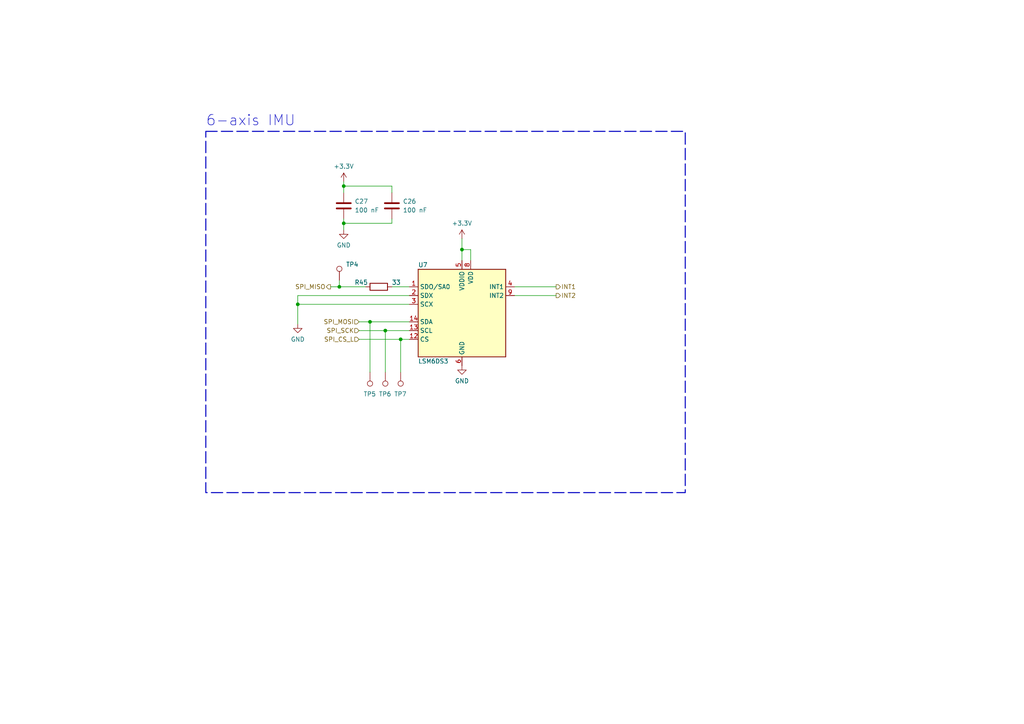
<source format=kicad_sch>
(kicad_sch (version 20230121) (generator eeschema)
  (paper "A4")
  (lib_symbols
    (symbol "Connector:TestPoint" (pin_numbers hide) (pin_names (offset 0.762) hide)
      (property "Reference" "TP" (at 0 6.858 0))
      (property "Value" "TestPoint" (at 0 5.08 0))
      (symbol "TestPoint_0_1"
        (circle (center 0 3.302) (radius 0.762))
      )
      (symbol "TestPoint_1_1"
        (pin passive line (at 0 0 90) (length 2.54) (name "1") (number "1"))
      )
    )
    (symbol "Device:C" (pin_numbers hide) (pin_names (offset 0.254))
      (property "Reference" "C" (at 0.635 2.54 0))
      (property "Value" "C" (at 0.635 -2.54 0))
      (symbol "C_0_1"
        (polyline (pts (xy -2.032 -0.762) (xy 2.032 -0.762)) (stroke (width 0.508)))
        (polyline (pts (xy -2.032 0.762) (xy 2.032 0.762)) (stroke (width 0.508)))
      )
      (symbol "C_1_1"
        (pin passive line (at 0 3.81 270) (length 2.794) (name "~") (number "1"))
        (pin passive line (at 0 -3.81 90) (length 2.794) (name "~") (number "2"))
      )
    )
    (symbol "Device:R" (pin_numbers hide) (pin_names (offset 0))
      (property "Reference" "R" (at 2.032 0 90))
      (property "Value" "R" (at 0 0 90))
      (symbol "R_0_1"
        (rectangle (start -1.016 -2.54) (end 1.016 2.54) (stroke (width 0.254)))
      )
      (symbol "R_1_1"
        (pin passive line (at 0 3.81 270) (length 1.27) (name "~") (number "1"))
        (pin passive line (at 0 -3.81 90) (length 1.27) (name "~") (number "2"))
      )
    )
    (symbol "Sensor_Motion:LSM6DS3"
      (property "Reference" "U" (at -11.43 15.24 0))
      (property "Value" "LSM6DS3" (at -11.43 12.7 0))
      (symbol "LSM6DS3_0_1"
        (rectangle (start -12.7 12.7) (end 12.7 -12.7) (stroke (width 0.254)) (fill (type background)))
      )
      (symbol "LSM6DS3_1_1"
        (pin bidirectional line (at -15.24 7.62 0) (length 2.54) (name "SDO/SA0") (number "1"))
        (pin no_connect line (at 12.7 -5.08 180) (length 3.81) hide (name "NC") (number "10"))
        (pin no_connect line (at 12.7 -2.54 180) (length 3.81) hide (name "NC") (number "11"))
        (pin input line (at -15.24 -7.62 0) (length 2.54) (name "CS") (number "12"))
        (pin input line (at -15.24 -5.08 0) (length 2.54) (name "SCL") (number "13"))
        (pin bidirectional line (at -15.24 -2.54 0) (length 2.54) (name "SDA") (number "14"))
        (pin bidirectional line (at -15.24 5.08 0) (length 2.54) (name "SDX") (number "2"))
        (pin input line (at -15.24 2.54 0) (length 2.54) (name "SCX") (number "3"))
        (pin output line (at 15.24 7.62 180) (length 2.54) (name "INT1") (number "4"))
        (pin power_in line (at 0 15.24 270) (length 2.54) (name "VDDIO") (number "5"))
        (pin power_in line (at 0 -15.24 90) (length 2.54) (name "GND") (number "6"))
        (pin passive line (at 0 -15.24 90) (length 2.54) hide (name "GND") (number "7"))
        (pin power_in line (at 2.54 15.24 270) (length 2.54) (name "VDD") (number "8"))
        (pin output line (at 15.24 5.08 180) (length 2.54) (name "INT2") (number "9"))
      )
    )
    (symbol "power:+3.3V" (power) (pin_names (offset 0))
      (property "Value" "+3.3V" (at 0 3.556 0))
      (symbol "+3.3V_0_1"
        (polyline (pts (xy -0.762 1.27) (xy 0 2.54)))
        (polyline (pts (xy 0 0) (xy 0 2.54)))
        (polyline (pts (xy 0 2.54) (xy 0.762 1.27)))
      )
      (symbol "+3.3V_1_1"
        (pin power_in line (at 0 0 90) (length 0) hide (name "+3.3V") (number "1"))
      )
    )
    (symbol "power:GND" (power) (pin_names (offset 0))
      (property "Value" "GND" (at 0 -3.81 0))
      (symbol "GND_0_1"
        (polyline (pts (xy 0 0) (xy 0 -1.27) (xy 1.27 -1.27) (xy 0 -2.54) (xy -1.27 -1.27) (xy 0 -1.27)))
      )
      (symbol "GND_1_1"
        (pin power_in line (at 0 0 270) (length 0) hide (name "GND") (number "1"))
      )
    )
  )
  (junction (at 133.985 72.39))
  (junction (at 99.695 53.975))
  (junction (at 116.205 98.425))
  (junction (at 86.36 88.265))
  (junction (at 107.315 93.345))
  (junction (at 111.76 95.885))
  (junction (at 99.695 64.77))
  (junction (at 98.425 83.185))
  (wire (pts (xy 113.665 63.5) (xy 113.665 64.77)))
  (wire (pts (xy 104.14 95.885) (xy 111.76 95.885)))
  (wire (pts (xy 111.76 95.885) (xy 118.745 95.885)))
  (wire (pts (xy 107.315 93.345) (xy 118.745 93.345)))
  (wire (pts (xy 99.695 63.5) (xy 99.695 64.77)))
  (wire (pts (xy 116.205 98.425) (xy 118.745 98.425)))
  (wire (pts (xy 86.36 88.265) (xy 118.745 88.265)))
  (wire (pts (xy 104.14 93.345) (xy 107.315 93.345)))
  (wire (pts (xy 99.695 53.975) (xy 113.665 53.975)))
  (wire (pts (xy 86.36 88.265) (xy 86.36 93.98)))
  (wire (pts (xy 98.425 81.28) (xy 98.425 83.185)))
  (wire (pts (xy 99.695 52.705) (xy 99.695 53.975)))
  (wire (pts (xy 104.14 98.425) (xy 116.205 98.425)))
  (wire (pts (xy 113.665 83.185) (xy 118.745 83.185)))
  (wire (pts (xy 133.985 69.215) (xy 133.985 72.39)))
  (wire (pts (xy 113.665 64.77) (xy 99.695 64.77)))
  (wire (pts (xy 136.525 72.39) (xy 133.985 72.39)))
  (wire (pts (xy 107.315 107.95) (xy 107.315 93.345)))
  (wire (pts (xy 86.36 85.725) (xy 86.36 88.265)))
  (wire (pts (xy 95.885 83.185) (xy 98.425 83.185)))
  (wire (pts (xy 116.205 98.425) (xy 116.205 107.95)))
  (wire (pts (xy 118.745 85.725) (xy 86.36 85.725)))
  (wire (pts (xy 113.665 53.975) (xy 113.665 55.88)))
  (wire (pts (xy 149.225 85.725) (xy 161.29 85.725)))
  (wire (pts (xy 133.985 72.39) (xy 133.985 75.565)))
  (wire (pts (xy 136.525 75.565) (xy 136.525 72.39)))
  (wire (pts (xy 99.695 64.77) (xy 99.695 66.675)))
  (wire (pts (xy 99.695 53.975) (xy 99.695 55.88)))
  (wire (pts (xy 98.425 83.185) (xy 106.045 83.185)))
  (wire (pts (xy 111.76 95.885) (xy 111.76 107.95)))
  (wire (pts (xy 149.225 83.185) (xy 161.29 83.185)))
  (rectangle (start 59.69 38.1) (end 198.755 142.875) (stroke (width 0.3) (type dash)))
  (text "6-axis IMU" (at 59.69 36.83 0) (effects (font (size 3 3)) (justify left bottom)))
  (hierarchical_label "INT1" (shape output) (at 161.29 83.185 0))
  (hierarchical_label "SPI_SCK" (shape input) (at 104.14 95.885 180))
  (hierarchical_label "SPI_MISO" (shape output) (at 95.885 83.185 180))
  (hierarchical_label "INT2" (shape output) (at 161.29 85.725 0))
  (hierarchical_label "SPI_MOSI" (shape input) (at 104.14 93.345 180))
  (hierarchical_label "SPI_CS_L" (shape input) (at 104.14 98.425 180))
  (symbol (lib_id "power:GND") (at 86.36 93.98 0) (unit 1)
    (property "Reference" "#PWR086" (effects hide))
    (property "Value" "GND" (at 86.36 98.425 0))
  )
  (symbol (lib_id "power:+3.3V") (at 99.695 52.705 0) (unit 1)
    (property "Reference" "#PWR087" (effects hide))
    (property "Value" "+3.3V" (at 99.695 48.26 0))
  )
  (symbol (lib_id "Sensor_Motion:LSM6DS3") (at 133.985 90.805 0) (unit 1)
    (property "Reference" "U7" (at 121.285 76.835 0) (effects (justify left)))
    (property "Value" "LSM6DS3" (at 121.285 104.775 0) (effects (justify left)))
    (property "Footprint" "Package_LGA:LGA-14_3x2.5mm_P0.5mm_LayoutBorder3x4y" (effects hide))
    (property "Datasheet" "https://www.st.com/resource/en/datasheet/lsm6ds3tr-c.pdf" (effects hide))
  )
  (symbol (lib_id "Connector:TestPoint") (at 107.315 107.95 180) (unit 1)
    (property "Reference" "TP5" (at 105.41 114.3 0) (effects (justify right)))
    (property "Value" "TestPoint" (effects hide))
    (property "Footprint" "TestPoint:TestPoint_THTPad_D2.0mm_Drill1.0mm" (effects hide))
  )
  (symbol (lib_id "Connector:TestPoint") (at 111.76 107.95 180) (unit 1)
    (property "Reference" "TP6" (at 109.855 114.3 0) (effects (justify right)))
    (property "Value" "TestPoint" (effects hide))
    (property "Footprint" "TestPoint:TestPoint_THTPad_D2.0mm_Drill1.0mm" (effects hide))
  )
  (symbol (lib_id "power:+3.3V") (at 133.985 69.215 0) (unit 1)
    (property "Reference" "#PWR085" (effects hide))
    (property "Value" "+3.3V" (at 133.985 64.77 0))
  )
  (symbol (lib_id "power:GND") (at 99.695 66.675 0) (unit 1)
    (property "Reference" "#PWR088" (effects hide))
    (property "Value" "GND" (at 99.695 71.12 0))
  )
  (symbol (lib_id "power:GND") (at 133.985 106.045 0) (unit 1)
    (property "Reference" "#PWR075" (effects hide))
    (property "Value" "GND" (at 133.985 110.49 0))
  )
  (symbol (lib_id "Device:C") (at 99.695 59.69 0) (unit 1)
    (property "Reference" "C27" (at 102.87 58.42 0) (effects (justify left)))
    (property "Value" "100 nF" (at 102.87 60.96 0) (effects (justify left)))
    (property "Footprint" "Capacitor_SMD:C_0603_1608Metric_Pad1.08x0.95mm_HandSolder" (effects hide))
  )
  (symbol (lib_id "Device:R") (at 109.855 83.185 90) (unit 1)
    (property "Reference" "R45" (at 104.775 81.915 90))
    (property "Value" "33" (at 114.935 81.915 90))
    (property "Footprint" "Resistor_SMD:R_0603_1608Metric_Pad0.98x0.95mm_HandSolder" (effects hide))
  )
  (symbol (lib_id "Connector:TestPoint") (at 98.425 81.28 0) (unit 1)
    (property "Reference" "TP4" (at 100.33 76.708 0) (effects (justify left)))
    (property "Value" "TestPoint" (effects hide))
    (property "Footprint" "TestPoint:TestPoint_THTPad_D2.0mm_Drill1.0mm" (effects hide))
  )
  (symbol (lib_id "Device:C") (at 113.665 59.69 0) (unit 1)
    (property "Reference" "C26" (at 116.84 58.42 0) (effects (justify left)))
    (property "Value" "100 nF" (at 116.84 60.96 0) (effects (justify left)))
    (property "Footprint" "Capacitor_SMD:C_0603_1608Metric_Pad1.08x0.95mm_HandSolder" (effects hide))
  )
  (symbol (lib_id "Connector:TestPoint") (at 116.205 107.95 180) (unit 1)
    (property "Reference" "TP7" (at 114.3 114.3 0) (effects (justify right)))
    (property "Value" "TestPoint" (effects hide))
    (property "Footprint" "TestPoint:TestPoint_THTPad_D2.0mm_Drill1.0mm" (effects hide))
  )
)
</source>
